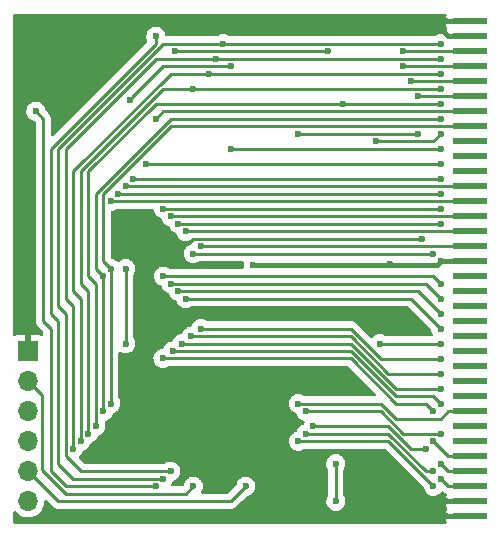
<source format=gbl>
G04 #@! TF.GenerationSoftware,KiCad,Pcbnew,6.0.8-f2edbf62ab~116~ubuntu22.04.1*
G04 #@! TF.CreationDate,2022-10-13T11:13:52+02:00*
G04 #@! TF.ProjectId,PCMCIA_SRAM,50434d43-4941-45f5-9352-414d2e6b6963,v1.0*
G04 #@! TF.SameCoordinates,Original*
G04 #@! TF.FileFunction,Copper,L2,Bot*
G04 #@! TF.FilePolarity,Positive*
%FSLAX46Y46*%
G04 Gerber Fmt 4.6, Leading zero omitted, Abs format (unit mm)*
G04 Created by KiCad (PCBNEW 6.0.8-f2edbf62ab~116~ubuntu22.04.1) date 2022-10-13 11:13:52*
%MOMM*%
%LPD*%
G01*
G04 APERTURE LIST*
G04 #@! TA.AperFunction,SMDPad,CuDef*
%ADD10R,3.000000X0.600000*%
G04 #@! TD*
G04 #@! TA.AperFunction,ComponentPad*
%ADD11R,1.700000X1.700000*%
G04 #@! TD*
G04 #@! TA.AperFunction,ComponentPad*
%ADD12O,1.700000X1.700000*%
G04 #@! TD*
G04 #@! TA.AperFunction,ViaPad*
%ADD13C,0.600000*%
G04 #@! TD*
G04 #@! TA.AperFunction,Conductor*
%ADD14C,0.400000*%
G04 #@! TD*
G04 #@! TA.AperFunction,Conductor*
%ADD15C,0.250000*%
G04 #@! TD*
G04 APERTURE END LIST*
D10*
X205025000Y-124465000D03*
X205025000Y-123195000D03*
X205025000Y-121925000D03*
X205025000Y-120655000D03*
X205025000Y-119385000D03*
X205025000Y-118115000D03*
X205025000Y-116845000D03*
X205025000Y-115575000D03*
X205025000Y-114305000D03*
X205025000Y-113035000D03*
X205025000Y-111765000D03*
X205025000Y-110495000D03*
X205025000Y-109225000D03*
X205025000Y-107955000D03*
X205025000Y-106685000D03*
X205025000Y-105415000D03*
X205025000Y-104145000D03*
X205025000Y-102875000D03*
X205025000Y-101605000D03*
X205025000Y-100335000D03*
X205025000Y-99065000D03*
X205025000Y-97795000D03*
X205025000Y-96525000D03*
X205025000Y-95255000D03*
X205025000Y-93985000D03*
X205025000Y-92715000D03*
X205025000Y-91445000D03*
X205025000Y-90175000D03*
X205025000Y-88905000D03*
X205025000Y-87635000D03*
X205025000Y-86365000D03*
X205025000Y-85095000D03*
X205025000Y-83825000D03*
X205025000Y-82555000D03*
D11*
X167640000Y-110490000D03*
D12*
X167640000Y-113030000D03*
X167640000Y-115570000D03*
X167640000Y-118110000D03*
X167640000Y-120650000D03*
X167640000Y-123190000D03*
D13*
X172085000Y-124460000D03*
X184770000Y-120510000D03*
X188595000Y-124460000D03*
X198755000Y-124460000D03*
X192405000Y-121285000D03*
X182245000Y-118110000D03*
X202565000Y-124460000D03*
X202570000Y-123195000D03*
X202565000Y-82550000D03*
X186690000Y-107315000D03*
X192405000Y-113665000D03*
X200977500Y-100965000D03*
X186690000Y-103187500D03*
X198278936Y-103098436D03*
X202565000Y-102870000D03*
X193675000Y-120015000D03*
X193675000Y-123190000D03*
X181610000Y-121920000D03*
X179705000Y-120650000D03*
X184150000Y-84458607D03*
X202565000Y-84455000D03*
X171450000Y-118745000D03*
X183515000Y-85725000D03*
X202565000Y-85725000D03*
X172085000Y-118110000D03*
X182945010Y-86992000D03*
X202565000Y-86995000D03*
X172720000Y-117475008D03*
X181610000Y-88265000D03*
X202565000Y-88265000D03*
X194310000Y-89535000D03*
X173355000Y-116840000D03*
X202565000Y-89535000D03*
X173990000Y-104140000D03*
X173990000Y-115570000D03*
X202565000Y-90805000D03*
X197075000Y-92710000D03*
X202565000Y-92075000D03*
X184785000Y-93345000D03*
X202565000Y-93345000D03*
X177575000Y-94615000D03*
X202565000Y-94615000D03*
X176530000Y-95885000D03*
X202565000Y-95885000D03*
X175260000Y-97155000D03*
X202565000Y-97155000D03*
X179070000Y-98425000D03*
X202565000Y-98425000D03*
X180340000Y-99695000D03*
X202565000Y-99695000D03*
X181610000Y-102235000D03*
X201930000Y-102235000D03*
X179070000Y-104140000D03*
X202565000Y-104775000D03*
X179705000Y-104775000D03*
X202565000Y-106045000D03*
X180340000Y-105410000D03*
X202565000Y-107315000D03*
X180975000Y-106045000D03*
X202565000Y-108585000D03*
X197419990Y-109855000D03*
X202565000Y-109855000D03*
X182245000Y-108585000D03*
X202565000Y-111125000D03*
X181445000Y-109220000D03*
X202565000Y-112395000D03*
X180645000Y-109855000D03*
X202565000Y-113665000D03*
X179845000Y-110474990D03*
X202565000Y-114935000D03*
X179045000Y-111100000D03*
X201930000Y-115570000D03*
X202565000Y-117475000D03*
X191135000Y-115570000D03*
X201295000Y-118745000D03*
X191770000Y-116840000D03*
X191135000Y-117475000D03*
X201930000Y-120650000D03*
X190500000Y-118110000D03*
X201930000Y-121925000D03*
X199390000Y-85090000D03*
X199390000Y-86360000D03*
X200025000Y-87630000D03*
X190500000Y-92075000D03*
X200660000Y-88900000D03*
X200660000Y-92075000D03*
X178435000Y-90805000D03*
X174625000Y-103505000D03*
X174625000Y-114935000D03*
X175890000Y-96525000D03*
X174620000Y-97795000D03*
X179700000Y-99065000D03*
X180970000Y-100335000D03*
X182245000Y-101600000D03*
X190500000Y-114935000D03*
X201930000Y-118110000D03*
X202565000Y-120015000D03*
X202565000Y-121285000D03*
X186055000Y-121920000D03*
X184785000Y-86360000D03*
X176212500Y-89217500D03*
X175895000Y-103505000D03*
X175895010Y-109855000D03*
X168275000Y-90170000D03*
X178435008Y-121920000D03*
X180022500Y-85090000D03*
X193040705Y-85089295D03*
X179070000Y-121285000D03*
X178435000Y-83820000D03*
D14*
X203835000Y-123190000D02*
X203835000Y-123190000D01*
X172085000Y-124460000D02*
X188595000Y-124460000D01*
X182370000Y-118110000D02*
X182245000Y-118110000D01*
X184770000Y-120510000D02*
X182370000Y-118110000D01*
X188595000Y-124460000D02*
X198755000Y-124460000D01*
X203835000Y-124460000D02*
X202565000Y-124460000D01*
X198755000Y-124460000D02*
X203835000Y-124460000D01*
X202565000Y-123200000D02*
X202570000Y-123195000D01*
X202565000Y-124460000D02*
X202565000Y-123200000D01*
X186690000Y-113665000D02*
X191980736Y-113665000D01*
X182245000Y-118110000D02*
X186690000Y-113665000D01*
X191980736Y-113665000D02*
X192405000Y-113665000D01*
X202570000Y-124465000D02*
X202565000Y-124460000D01*
X205025000Y-124465000D02*
X202570000Y-124465000D01*
X205025000Y-123195000D02*
X202570000Y-123195000D01*
X202565000Y-83185000D02*
X202565000Y-82550000D01*
X203205000Y-83825000D02*
X202565000Y-83185000D01*
X205100000Y-83825000D02*
X203205000Y-83825000D01*
X202570000Y-82555000D02*
X202565000Y-82550000D01*
X205105000Y-82555000D02*
X202570000Y-82555000D01*
D15*
X200977500Y-100965000D02*
X181954998Y-100965000D01*
X181954998Y-100965000D02*
X181610000Y-100965000D01*
X181610000Y-100965000D02*
X181229000Y-101346000D01*
D14*
X202247500Y-103187500D02*
X202565000Y-102870000D01*
X186690000Y-103187500D02*
X202247500Y-103187500D01*
X202570000Y-102875000D02*
X202565000Y-102870000D01*
X205025000Y-102875000D02*
X202570000Y-102875000D01*
D15*
X193675000Y-123190000D02*
X193675000Y-120015000D01*
X168815001Y-120556411D02*
X170813590Y-122555000D01*
X167640000Y-113030000D02*
X168815001Y-114205001D01*
X168815001Y-114205001D02*
X168815001Y-120556411D01*
X170813590Y-122555000D02*
X180975000Y-122555000D01*
X180975000Y-122555000D02*
X181610000Y-121920000D01*
X170180000Y-106680000D02*
X170180000Y-93346410D01*
X170815000Y-107315000D02*
X170180000Y-106680000D01*
X170180000Y-93346410D02*
X179071410Y-84455000D01*
X179071410Y-84455000D02*
X202140736Y-84455000D01*
X170815000Y-119380000D02*
X170815000Y-107315000D01*
X202140736Y-84455000D02*
X202565000Y-84455000D01*
X172085000Y-120650000D02*
X170815000Y-119380000D01*
X179705000Y-120650000D02*
X172085000Y-120650000D01*
X202140736Y-85725000D02*
X202565000Y-85725000D01*
X170815000Y-93347820D02*
X178437820Y-85725000D01*
X170815000Y-106045000D02*
X170815000Y-93347820D01*
X171450000Y-118745000D02*
X171450000Y-106680000D01*
X171450000Y-106680000D02*
X170815000Y-106045000D01*
X178437820Y-85725000D02*
X202140736Y-85725000D01*
X182520746Y-86992000D02*
X182945010Y-86992000D01*
X172085000Y-118110000D02*
X172085000Y-106045000D01*
X179708000Y-86992000D02*
X182520746Y-86992000D01*
X172085000Y-106045000D02*
X171450000Y-105410000D01*
X171450000Y-105410000D02*
X171450000Y-95250000D01*
X171450000Y-95250000D02*
X179708000Y-86992000D01*
X182945010Y-86992000D02*
X202562000Y-86992000D01*
X202562000Y-86992000D02*
X202565000Y-86995000D01*
X172720000Y-105410000D02*
X172085000Y-104775000D01*
X179071410Y-88265000D02*
X202140736Y-88265000D01*
X172085000Y-95251410D02*
X179071410Y-88265000D01*
X202140736Y-88265000D02*
X202565000Y-88265000D01*
X172085000Y-104775000D02*
X172085000Y-95251410D01*
X172720000Y-117475008D02*
X172720000Y-105410000D01*
X172720000Y-95252820D02*
X178437820Y-89535000D01*
X178437820Y-89535000D02*
X202140736Y-89535000D01*
X173355000Y-116840000D02*
X173355000Y-104775000D01*
X173355000Y-104775000D02*
X172720000Y-104140000D01*
X172720000Y-104140000D02*
X172720000Y-95252820D01*
X202140736Y-89535000D02*
X202565000Y-89535000D01*
X173990000Y-115570000D02*
X173990000Y-104140000D01*
X173355000Y-103505000D02*
X173355000Y-97156410D01*
X179706410Y-90805000D02*
X202140736Y-90805000D01*
X173990000Y-104140000D02*
X173355000Y-103505000D01*
X202140736Y-90805000D02*
X202565000Y-90805000D01*
X173355000Y-97156410D02*
X179706410Y-90805000D01*
X197075000Y-92710000D02*
X201930000Y-92710000D01*
X201930000Y-92710000D02*
X202565000Y-92075000D01*
X184785000Y-93345000D02*
X202565000Y-93345000D01*
X177575000Y-94615000D02*
X202565000Y-94615000D01*
X176530000Y-95885000D02*
X202565000Y-95885000D01*
X175260000Y-97155000D02*
X202565000Y-97155000D01*
X179070000Y-98425000D02*
X179070000Y-98425000D01*
X179070000Y-98425000D02*
X202565000Y-98425000D01*
X180340000Y-99695000D02*
X202565000Y-99695000D01*
X181610000Y-102235000D02*
X201930000Y-102235000D01*
X201930000Y-104140000D02*
X202565000Y-104775000D01*
X179070000Y-104140000D02*
X201930000Y-104140000D01*
X201295000Y-104775000D02*
X202565000Y-106045000D01*
X179705000Y-104775000D02*
X201295000Y-104775000D01*
X200660000Y-105410000D02*
X202565000Y-107315000D01*
X180340000Y-105410000D02*
X200660000Y-105410000D01*
X202265001Y-108285001D02*
X202565000Y-108585000D01*
X180975000Y-106045000D02*
X200025000Y-106045000D01*
X200025000Y-106045000D02*
X202265001Y-108285001D01*
X197419990Y-109855000D02*
X202565000Y-109855000D01*
X194950640Y-108585000D02*
X197490640Y-111125000D01*
X182245000Y-108585000D02*
X194950640Y-108585000D01*
X202140736Y-111125000D02*
X202565000Y-111125000D01*
X197490640Y-111125000D02*
X202140736Y-111125000D01*
X194949230Y-109220000D02*
X198124230Y-112395000D01*
X198124230Y-112395000D02*
X202140736Y-112395000D01*
X181445000Y-109220000D02*
X194949230Y-109220000D01*
X202140736Y-112395000D02*
X202565000Y-112395000D01*
X202140736Y-113665000D02*
X202565000Y-113665000D01*
X180645000Y-109855000D02*
X194947820Y-109855000D01*
X194947820Y-109855000D02*
X198757820Y-113665000D01*
X198757820Y-113665000D02*
X202140736Y-113665000D01*
X180269264Y-110474990D02*
X180284274Y-110490000D01*
X198756410Y-114300000D02*
X201930000Y-114300000D01*
X201930000Y-114300000D02*
X202265001Y-114635001D01*
X194946410Y-110490000D02*
X198756410Y-114300000D01*
X179845000Y-110474990D02*
X180269264Y-110474990D01*
X202265001Y-114635001D02*
X202565000Y-114935000D01*
X180284274Y-110490000D02*
X194946410Y-110490000D01*
X201295000Y-114935000D02*
X201630001Y-115270001D01*
X198755000Y-114935000D02*
X201295000Y-114935000D01*
X201630001Y-115270001D02*
X201930000Y-115570000D01*
X194920000Y-111100000D02*
X198755000Y-114935000D01*
X179045000Y-111100000D02*
X194920000Y-111100000D01*
X199394232Y-117475000D02*
X197489232Y-115570000D01*
X202565000Y-117475000D02*
X199394232Y-117475000D01*
X191559264Y-115570000D02*
X191135000Y-115570000D01*
X197489232Y-115570000D02*
X191559264Y-115570000D01*
X198122820Y-116840000D02*
X192194264Y-116840000D01*
X192194264Y-116840000D02*
X191770000Y-116840000D01*
X200027820Y-118745000D02*
X198122820Y-116840000D01*
X201295000Y-118745000D02*
X200027820Y-118745000D01*
X201505736Y-120650000D02*
X201930000Y-120650000D01*
X201296410Y-120650000D02*
X201505736Y-120650000D01*
X191135000Y-117475000D02*
X198121410Y-117475000D01*
X198121410Y-117475000D02*
X201296410Y-120650000D01*
X190500000Y-118110000D02*
X198120000Y-118110000D01*
X201930000Y-121920000D02*
X201930000Y-121925000D01*
X198120000Y-118110000D02*
X201930000Y-121920000D01*
X199395000Y-85095000D02*
X199390000Y-85090000D01*
X205100000Y-85095000D02*
X199395000Y-85095000D01*
X205105000Y-85090000D02*
X205100000Y-85095000D01*
X199395000Y-86365000D02*
X199390000Y-86360000D01*
X205105000Y-86365000D02*
X199395000Y-86365000D01*
X200030000Y-87635000D02*
X200025000Y-87630000D01*
X205105000Y-87635000D02*
X200030000Y-87635000D01*
X190500000Y-92075000D02*
X200660000Y-92075000D01*
X200665000Y-88905000D02*
X200660000Y-88900000D01*
X205105000Y-88905000D02*
X200665000Y-88905000D01*
X179065000Y-90175000D02*
X178435000Y-90805000D01*
X205105000Y-90175000D02*
X179065000Y-90175000D01*
X174625000Y-103504296D02*
X174625000Y-114935000D01*
X173990352Y-102869648D02*
X174625000Y-103504296D01*
X173990000Y-97157820D02*
X173990000Y-102870000D01*
X173990000Y-102870000D02*
X173990352Y-102869648D01*
X179702820Y-91445000D02*
X173990000Y-97157820D01*
X205105000Y-91445000D02*
X179702820Y-91445000D01*
X205105000Y-96525000D02*
X175890000Y-96525000D01*
X205105000Y-97795000D02*
X174620000Y-97795000D01*
X205105000Y-99065000D02*
X179700000Y-99065000D01*
X205100000Y-100335000D02*
X180970000Y-100335000D01*
X205105000Y-100330000D02*
X205100000Y-100335000D01*
X182250000Y-101605000D02*
X182245000Y-101600000D01*
X205100000Y-101605000D02*
X182250000Y-101605000D01*
X205105000Y-101600000D02*
X205100000Y-101605000D01*
X197490642Y-114935000D02*
X190924264Y-114935000D01*
X202574999Y-116195001D02*
X198750643Y-116195001D01*
X190924264Y-114935000D02*
X190500000Y-114935000D01*
X198750643Y-116195001D02*
X197490642Y-114935000D01*
X203200000Y-115570000D02*
X202574999Y-116195001D01*
X205105000Y-115570000D02*
X203200000Y-115570000D01*
X202229999Y-118409999D02*
X201930000Y-118110000D01*
X203205000Y-119385000D02*
X202229999Y-118409999D01*
X205105000Y-119385000D02*
X203205000Y-119385000D01*
X203205000Y-120655000D02*
X202565000Y-120015000D01*
X205105000Y-120655000D02*
X203205000Y-120655000D01*
X203205000Y-121925000D02*
X202565000Y-121285000D01*
X205100000Y-121925000D02*
X203205000Y-121925000D01*
X205105000Y-121920000D02*
X205100000Y-121925000D01*
X184785000Y-123190000D02*
X186055000Y-121920000D01*
X167640000Y-120650000D02*
X170180000Y-123190000D01*
X170180000Y-123190000D02*
X184785000Y-123190000D01*
X179070000Y-86360000D02*
X176512499Y-88917501D01*
X176512499Y-88917501D02*
X176212500Y-89217500D01*
X184785000Y-86360000D02*
X179070000Y-86360000D01*
X175895000Y-103505000D02*
X175895000Y-109854990D01*
X175895000Y-109854990D02*
X175895010Y-109855000D01*
X178010744Y-121920000D02*
X178435008Y-121920000D01*
X168910000Y-90805000D02*
X168910000Y-107950000D01*
X168910000Y-107950000D02*
X169545000Y-108585000D01*
X169545000Y-108585000D02*
X169545000Y-120650000D01*
X170815000Y-121920000D02*
X178010744Y-121920000D01*
X168275000Y-90170000D02*
X168910000Y-90805000D01*
X169545000Y-120650000D02*
X170815000Y-121920000D01*
X180023205Y-85089295D02*
X180022500Y-85090000D01*
X193040705Y-85089295D02*
X180023205Y-85089295D01*
X178435000Y-84455000D02*
X178435000Y-83820000D01*
X171450000Y-121285000D02*
X170180000Y-120015000D01*
X169545000Y-107315000D02*
X169545000Y-93345000D01*
X179070000Y-121285000D02*
X171450000Y-121285000D01*
X170180000Y-120015000D02*
X170180000Y-107950000D01*
X170180000Y-107950000D02*
X169545000Y-107315000D01*
X169545000Y-93345000D02*
X178435000Y-84455000D01*
G04 #@! TA.AperFunction,Conductor*
G36*
X178211791Y-98448502D02*
G01*
X178258284Y-98502158D01*
X178269069Y-98542204D01*
X178274163Y-98594160D01*
X178331418Y-98766273D01*
X178425380Y-98921424D01*
X178551382Y-99051902D01*
X178703159Y-99151222D01*
X178844477Y-99203778D01*
X178901349Y-99246268D01*
X178920111Y-99282101D01*
X178961418Y-99406273D01*
X178965065Y-99412295D01*
X178965066Y-99412297D01*
X179003232Y-99475316D01*
X179055380Y-99561424D01*
X179181382Y-99691902D01*
X179333159Y-99791222D01*
X179489684Y-99849433D01*
X179546557Y-99891924D01*
X179565319Y-99927757D01*
X179601418Y-100036273D01*
X179695380Y-100191424D01*
X179821382Y-100321902D01*
X179973159Y-100421222D01*
X180114477Y-100473778D01*
X180171349Y-100516268D01*
X180190111Y-100552101D01*
X180231418Y-100676273D01*
X180235065Y-100682295D01*
X180235066Y-100682297D01*
X180273232Y-100745316D01*
X180325380Y-100831424D01*
X180451382Y-100961902D01*
X180603159Y-101061222D01*
X180609763Y-101063678D01*
X180609765Y-101063679D01*
X180766558Y-101121990D01*
X180766560Y-101121990D01*
X180773168Y-101124448D01*
X180856995Y-101135633D01*
X180945980Y-101147507D01*
X180945984Y-101147507D01*
X180952961Y-101148438D01*
X180959972Y-101147800D01*
X180959976Y-101147800D01*
X181102459Y-101134832D01*
X181133600Y-101131998D01*
X181140302Y-101129820D01*
X181140304Y-101129820D01*
X181299409Y-101078124D01*
X181299412Y-101078123D01*
X181306108Y-101075947D01*
X181355722Y-101046371D01*
X181424474Y-101028672D01*
X181491884Y-101050954D01*
X181536546Y-101106142D01*
X181544281Y-101176716D01*
X181526148Y-101222856D01*
X181516235Y-101238238D01*
X181513826Y-101244858D01*
X181513824Y-101244861D01*
X181464358Y-101380769D01*
X181422264Y-101437940D01*
X181386564Y-101456951D01*
X181263579Y-101498818D01*
X181257575Y-101502512D01*
X181115095Y-101590166D01*
X181115092Y-101590168D01*
X181109088Y-101593862D01*
X181104053Y-101598793D01*
X181104050Y-101598795D01*
X180984525Y-101715843D01*
X180979493Y-101720771D01*
X180881235Y-101873238D01*
X180878826Y-101879858D01*
X180878824Y-101879861D01*
X180821606Y-102037066D01*
X180819197Y-102043685D01*
X180796463Y-102223640D01*
X180814163Y-102404160D01*
X180871418Y-102576273D01*
X180875065Y-102582295D01*
X180875066Y-102582297D01*
X180955581Y-102715243D01*
X180965380Y-102731424D01*
X181091382Y-102861902D01*
X181097278Y-102865760D01*
X181204743Y-102936083D01*
X181243159Y-102961222D01*
X181249763Y-102963678D01*
X181249765Y-102963679D01*
X181406558Y-103021990D01*
X181406560Y-103021990D01*
X181413168Y-103024448D01*
X181496995Y-103035633D01*
X181585980Y-103047507D01*
X181585984Y-103047507D01*
X181592961Y-103048438D01*
X181599972Y-103047800D01*
X181599976Y-103047800D01*
X181742459Y-103034832D01*
X181773600Y-103031998D01*
X181780302Y-103029820D01*
X181780304Y-103029820D01*
X181939409Y-102978124D01*
X181939412Y-102978123D01*
X181946108Y-102975947D01*
X182059221Y-102908518D01*
X182096541Y-102886271D01*
X182161058Y-102868500D01*
X185772409Y-102868500D01*
X185840530Y-102888502D01*
X185887023Y-102942158D01*
X185897415Y-103010291D01*
X185876463Y-103176140D01*
X185877151Y-103183153D01*
X185891269Y-103327140D01*
X185894163Y-103356660D01*
X185894262Y-103356959D01*
X185889063Y-103425094D01*
X185846246Y-103481726D01*
X185779609Y-103506220D01*
X185771218Y-103506500D01*
X179617338Y-103506500D01*
X179549824Y-103486885D01*
X179452456Y-103425094D01*
X179426666Y-103408727D01*
X179397463Y-103398328D01*
X179262425Y-103350243D01*
X179262420Y-103350242D01*
X179255790Y-103347881D01*
X179248802Y-103347048D01*
X179248799Y-103347047D01*
X179120462Y-103331744D01*
X179075680Y-103326404D01*
X179068677Y-103327140D01*
X179068676Y-103327140D01*
X178902288Y-103344628D01*
X178902286Y-103344629D01*
X178895288Y-103345364D01*
X178723579Y-103403818D01*
X178688996Y-103425094D01*
X178575095Y-103495166D01*
X178575092Y-103495168D01*
X178569088Y-103498862D01*
X178564053Y-103503793D01*
X178564050Y-103503795D01*
X178444525Y-103620843D01*
X178439493Y-103625771D01*
X178341235Y-103778238D01*
X178338826Y-103784858D01*
X178338824Y-103784861D01*
X178281606Y-103942066D01*
X178279197Y-103948685D01*
X178256463Y-104128640D01*
X178274163Y-104309160D01*
X178331418Y-104481273D01*
X178335065Y-104487295D01*
X178335066Y-104487297D01*
X178376260Y-104555316D01*
X178425380Y-104636424D01*
X178551382Y-104766902D01*
X178703159Y-104866222D01*
X178852080Y-104921606D01*
X178908953Y-104964096D01*
X178927715Y-104999929D01*
X178966418Y-105116273D01*
X179060380Y-105271424D01*
X179186382Y-105401902D01*
X179338159Y-105501222D01*
X179487080Y-105556606D01*
X179543953Y-105599096D01*
X179562715Y-105634929D01*
X179601418Y-105751273D01*
X179605065Y-105757295D01*
X179605066Y-105757297D01*
X179646260Y-105825316D01*
X179695380Y-105906424D01*
X179821382Y-106036902D01*
X179973159Y-106136222D01*
X180122080Y-106191606D01*
X180178953Y-106234096D01*
X180197715Y-106269929D01*
X180236418Y-106386273D01*
X180330380Y-106541424D01*
X180456382Y-106671902D01*
X180608159Y-106771222D01*
X180614763Y-106773678D01*
X180614765Y-106773679D01*
X180771558Y-106831990D01*
X180771560Y-106831990D01*
X180778168Y-106834448D01*
X180861995Y-106845633D01*
X180950980Y-106857507D01*
X180950984Y-106857507D01*
X180957961Y-106858438D01*
X180964972Y-106857800D01*
X180964976Y-106857800D01*
X181107459Y-106844832D01*
X181138600Y-106841998D01*
X181145302Y-106839820D01*
X181145304Y-106839820D01*
X181304409Y-106788124D01*
X181304412Y-106788123D01*
X181311108Y-106785947D01*
X181461540Y-106696271D01*
X181526058Y-106678500D01*
X199710406Y-106678500D01*
X199778527Y-106698502D01*
X199799501Y-106715405D01*
X201729750Y-108645655D01*
X201763776Y-108707967D01*
X201766054Y-108722453D01*
X201769163Y-108754160D01*
X201826418Y-108926273D01*
X201830065Y-108932295D01*
X201830066Y-108932297D01*
X201889375Y-109030229D01*
X201907554Y-109098859D01*
X201885743Y-109166422D01*
X201830867Y-109211468D01*
X201781599Y-109221500D01*
X197967328Y-109221500D01*
X197899814Y-109201885D01*
X197843933Y-109166422D01*
X197776656Y-109123727D01*
X197747453Y-109113328D01*
X197612415Y-109065243D01*
X197612410Y-109065242D01*
X197605780Y-109062881D01*
X197598792Y-109062048D01*
X197598789Y-109062047D01*
X197475688Y-109047368D01*
X197425670Y-109041404D01*
X197418667Y-109042140D01*
X197418666Y-109042140D01*
X197252278Y-109059628D01*
X197252276Y-109059629D01*
X197245278Y-109060364D01*
X197073569Y-109118818D01*
X197034914Y-109142599D01*
X196925085Y-109210166D01*
X196925082Y-109210168D01*
X196919078Y-109213862D01*
X196914043Y-109218793D01*
X196914040Y-109218795D01*
X196911278Y-109221500D01*
X196789483Y-109340771D01*
X196788748Y-109340021D01*
X196735551Y-109376501D01*
X196664586Y-109378623D01*
X196607360Y-109345815D01*
X195454292Y-108192747D01*
X195446752Y-108184461D01*
X195442640Y-108177982D01*
X195392988Y-108131356D01*
X195390147Y-108128602D01*
X195370410Y-108108865D01*
X195367213Y-108106385D01*
X195358191Y-108098680D01*
X195325961Y-108068414D01*
X195319015Y-108064595D01*
X195319012Y-108064593D01*
X195308206Y-108058652D01*
X195291687Y-108047801D01*
X195284169Y-108041970D01*
X195275681Y-108035386D01*
X195268412Y-108032241D01*
X195268408Y-108032238D01*
X195235103Y-108017826D01*
X195224453Y-108012609D01*
X195185700Y-107991305D01*
X195166077Y-107986267D01*
X195147374Y-107979863D01*
X195136060Y-107974967D01*
X195136059Y-107974967D01*
X195128785Y-107971819D01*
X195120962Y-107970580D01*
X195120952Y-107970577D01*
X195085116Y-107964901D01*
X195073496Y-107962495D01*
X195038351Y-107953472D01*
X195038350Y-107953472D01*
X195030670Y-107951500D01*
X195010416Y-107951500D01*
X194990705Y-107949949D01*
X194978526Y-107948020D01*
X194970697Y-107946780D01*
X194962805Y-107947526D01*
X194926679Y-107950941D01*
X194914821Y-107951500D01*
X182792338Y-107951500D01*
X182724824Y-107931885D01*
X182658680Y-107889909D01*
X182601666Y-107853727D01*
X182572463Y-107843328D01*
X182437425Y-107795243D01*
X182437420Y-107795242D01*
X182430790Y-107792881D01*
X182423802Y-107792048D01*
X182423799Y-107792047D01*
X182300698Y-107777368D01*
X182250680Y-107771404D01*
X182243677Y-107772140D01*
X182243676Y-107772140D01*
X182077288Y-107789628D01*
X182077286Y-107789629D01*
X182070288Y-107790364D01*
X181898579Y-107848818D01*
X181892575Y-107852512D01*
X181750095Y-107940166D01*
X181750092Y-107940168D01*
X181744088Y-107943862D01*
X181739053Y-107948793D01*
X181739050Y-107948795D01*
X181619525Y-108065843D01*
X181614493Y-108070771D01*
X181516235Y-108223238D01*
X181513826Y-108229858D01*
X181513824Y-108229861D01*
X181476452Y-108332540D01*
X181434358Y-108389711D01*
X181371222Y-108414755D01*
X181277288Y-108424628D01*
X181277286Y-108424629D01*
X181270288Y-108425364D01*
X181098579Y-108483818D01*
X181036109Y-108522250D01*
X180950095Y-108575166D01*
X180950092Y-108575168D01*
X180944088Y-108578862D01*
X180939053Y-108583793D01*
X180939050Y-108583795D01*
X180819525Y-108700843D01*
X180814493Y-108705771D01*
X180716235Y-108858238D01*
X180713826Y-108864858D01*
X180713824Y-108864861D01*
X180676452Y-108967540D01*
X180634358Y-109024711D01*
X180571222Y-109049755D01*
X180477288Y-109059628D01*
X180477286Y-109059629D01*
X180470288Y-109060364D01*
X180298579Y-109118818D01*
X180259924Y-109142599D01*
X180150095Y-109210166D01*
X180150092Y-109210168D01*
X180144088Y-109213862D01*
X180139053Y-109218793D01*
X180139050Y-109218795D01*
X180136288Y-109221500D01*
X180014493Y-109340771D01*
X179916235Y-109493238D01*
X179913824Y-109499862D01*
X179913823Y-109499864D01*
X179882133Y-109586932D01*
X179840039Y-109644104D01*
X179776903Y-109669148D01*
X179677288Y-109679618D01*
X179677286Y-109679619D01*
X179670288Y-109680354D01*
X179498579Y-109738808D01*
X179492575Y-109742502D01*
X179350095Y-109830156D01*
X179350092Y-109830158D01*
X179344088Y-109833852D01*
X179339053Y-109838783D01*
X179339050Y-109838785D01*
X179227223Y-109948295D01*
X179214493Y-109960761D01*
X179116235Y-110113228D01*
X179113824Y-110119852D01*
X179113823Y-110119854D01*
X179080233Y-110212142D01*
X179038139Y-110269314D01*
X178975003Y-110294358D01*
X178877288Y-110304628D01*
X178877286Y-110304629D01*
X178870288Y-110305364D01*
X178698579Y-110363818D01*
X178692575Y-110367512D01*
X178550095Y-110455166D01*
X178550092Y-110455168D01*
X178544088Y-110458862D01*
X178539053Y-110463793D01*
X178539050Y-110463795D01*
X178430939Y-110569666D01*
X178414493Y-110585771D01*
X178316235Y-110738238D01*
X178254197Y-110908685D01*
X178231463Y-111088640D01*
X178249163Y-111269160D01*
X178306418Y-111441273D01*
X178400380Y-111596424D01*
X178526382Y-111726902D01*
X178678159Y-111826222D01*
X178684763Y-111828678D01*
X178684765Y-111828679D01*
X178841558Y-111886990D01*
X178841560Y-111886990D01*
X178848168Y-111889448D01*
X178931995Y-111900633D01*
X179020980Y-111912507D01*
X179020984Y-111912507D01*
X179027961Y-111913438D01*
X179034972Y-111912800D01*
X179034976Y-111912800D01*
X179177459Y-111899832D01*
X179208600Y-111896998D01*
X179215302Y-111894820D01*
X179215304Y-111894820D01*
X179374409Y-111843124D01*
X179374412Y-111843123D01*
X179381108Y-111840947D01*
X179499443Y-111770405D01*
X179531541Y-111751271D01*
X179596058Y-111733500D01*
X194605406Y-111733500D01*
X194673527Y-111753502D01*
X194694501Y-111770405D01*
X197010500Y-114086405D01*
X197044526Y-114148717D01*
X197039461Y-114219533D01*
X196996914Y-114276368D01*
X196930394Y-114301179D01*
X196921405Y-114301500D01*
X191047338Y-114301500D01*
X190979824Y-114281885D01*
X190944295Y-114259338D01*
X190856666Y-114203727D01*
X190827463Y-114193328D01*
X190692425Y-114145243D01*
X190692420Y-114145242D01*
X190685790Y-114142881D01*
X190678802Y-114142048D01*
X190678799Y-114142047D01*
X190555698Y-114127368D01*
X190505680Y-114121404D01*
X190498677Y-114122140D01*
X190498676Y-114122140D01*
X190332288Y-114139628D01*
X190332286Y-114139629D01*
X190325288Y-114140364D01*
X190153579Y-114198818D01*
X190091109Y-114237250D01*
X190005095Y-114290166D01*
X190005092Y-114290168D01*
X189999088Y-114293862D01*
X189994053Y-114298793D01*
X189994050Y-114298795D01*
X189991616Y-114301179D01*
X189869493Y-114420771D01*
X189771235Y-114573238D01*
X189768826Y-114579858D01*
X189768824Y-114579861D01*
X189711606Y-114737066D01*
X189709197Y-114743685D01*
X189686463Y-114923640D01*
X189704163Y-115104160D01*
X189761418Y-115276273D01*
X189765065Y-115282295D01*
X189765066Y-115282297D01*
X189775978Y-115300314D01*
X189855380Y-115431424D01*
X189981382Y-115561902D01*
X190133159Y-115661222D01*
X190282080Y-115716606D01*
X190338953Y-115759096D01*
X190357715Y-115794929D01*
X190396418Y-115911273D01*
X190400065Y-115917295D01*
X190400066Y-115917297D01*
X190441260Y-115985316D01*
X190490380Y-116066424D01*
X190616382Y-116196902D01*
X190768159Y-116296222D01*
X190774763Y-116298678D01*
X190774765Y-116298679D01*
X190798054Y-116307340D01*
X190938168Y-116359448D01*
X190938934Y-116359550D01*
X190998050Y-116394185D01*
X191030179Y-116457495D01*
X191024708Y-116523645D01*
X190989358Y-116620769D01*
X190947263Y-116677940D01*
X190911564Y-116696951D01*
X190788579Y-116738818D01*
X190782575Y-116742512D01*
X190640095Y-116830166D01*
X190640092Y-116830168D01*
X190634088Y-116833862D01*
X190629053Y-116838793D01*
X190629050Y-116838795D01*
X190604622Y-116862717D01*
X190504493Y-116960771D01*
X190406235Y-117113238D01*
X190403826Y-117119858D01*
X190403824Y-117119861D01*
X190385517Y-117170160D01*
X190355680Y-117252138D01*
X190354358Y-117255769D01*
X190312264Y-117312940D01*
X190276564Y-117331951D01*
X190153579Y-117373818D01*
X190091109Y-117412250D01*
X190005095Y-117465166D01*
X190005092Y-117465168D01*
X189999088Y-117468862D01*
X189994053Y-117473793D01*
X189994050Y-117473795D01*
X189874525Y-117590843D01*
X189869493Y-117595771D01*
X189771235Y-117748238D01*
X189709197Y-117918685D01*
X189686463Y-118098640D01*
X189704163Y-118279160D01*
X189761418Y-118451273D01*
X189765065Y-118457295D01*
X189765066Y-118457297D01*
X189806260Y-118525316D01*
X189855380Y-118606424D01*
X189981382Y-118736902D01*
X190133159Y-118836222D01*
X190139763Y-118838678D01*
X190139765Y-118838679D01*
X190296558Y-118896990D01*
X190296560Y-118896990D01*
X190303168Y-118899448D01*
X190386995Y-118910633D01*
X190475980Y-118922507D01*
X190475984Y-118922507D01*
X190482961Y-118923438D01*
X190489972Y-118922800D01*
X190489976Y-118922800D01*
X190632459Y-118909832D01*
X190663600Y-118906998D01*
X190670302Y-118904820D01*
X190670304Y-118904820D01*
X190829409Y-118853124D01*
X190829412Y-118853123D01*
X190836108Y-118850947D01*
X190986540Y-118761271D01*
X191051058Y-118743500D01*
X197805406Y-118743500D01*
X197873527Y-118763502D01*
X197894501Y-118780405D01*
X201094206Y-121980110D01*
X201128232Y-122042422D01*
X201130509Y-122056908D01*
X201133474Y-122087142D01*
X201133476Y-122087149D01*
X201134163Y-122094160D01*
X201191418Y-122266273D01*
X201195065Y-122272295D01*
X201195066Y-122272297D01*
X201280017Y-122412568D01*
X201285380Y-122421424D01*
X201290269Y-122426487D01*
X201290270Y-122426488D01*
X201315719Y-122452841D01*
X201411382Y-122551902D01*
X201563159Y-122651222D01*
X201569763Y-122653678D01*
X201569765Y-122653679D01*
X201726558Y-122711990D01*
X201726560Y-122711990D01*
X201733168Y-122714448D01*
X201800821Y-122723475D01*
X201905980Y-122737507D01*
X201905984Y-122737507D01*
X201912961Y-122738438D01*
X201919972Y-122737800D01*
X201919976Y-122737800D01*
X202077371Y-122723475D01*
X202093600Y-122721998D01*
X202100302Y-122719820D01*
X202100304Y-122719820D01*
X202259409Y-122668124D01*
X202259412Y-122668123D01*
X202266108Y-122665947D01*
X202362513Y-122608478D01*
X202415860Y-122576677D01*
X202415862Y-122576676D01*
X202421912Y-122573069D01*
X202553266Y-122447982D01*
X202579374Y-122408686D01*
X202633731Y-122363017D01*
X202704150Y-122353985D01*
X202773416Y-122389320D01*
X202785231Y-122401135D01*
X202788355Y-122403558D01*
X202788359Y-122403562D01*
X202788424Y-122403612D01*
X202797445Y-122411317D01*
X202829679Y-122441586D01*
X202836627Y-122445405D01*
X202836629Y-122445407D01*
X202847432Y-122451346D01*
X202863959Y-122462202D01*
X202873698Y-122469757D01*
X202873700Y-122469758D01*
X202879960Y-122474614D01*
X202920540Y-122492174D01*
X202931188Y-122497391D01*
X202969940Y-122518695D01*
X202977621Y-122520667D01*
X202984986Y-122523583D01*
X202984137Y-122525728D01*
X203035133Y-122556088D01*
X203066818Y-122619622D01*
X203060769Y-122686040D01*
X203026522Y-122777394D01*
X203022895Y-122792649D01*
X203017369Y-122843514D01*
X203017000Y-122850328D01*
X203017000Y-122922885D01*
X203021475Y-122938124D01*
X203022865Y-122939329D01*
X203030548Y-122941000D01*
X203200000Y-122941000D01*
X203200000Y-123449000D01*
X203035116Y-123449000D01*
X203019877Y-123453475D01*
X203018672Y-123454865D01*
X203017001Y-123462548D01*
X203017001Y-123539669D01*
X203017371Y-123546490D01*
X203022895Y-123597352D01*
X203026521Y-123612604D01*
X203071678Y-123733059D01*
X203080212Y-123748647D01*
X203084549Y-123754434D01*
X203109398Y-123820940D01*
X203094346Y-123890322D01*
X203084549Y-123905566D01*
X203080212Y-123911353D01*
X203071678Y-123926941D01*
X203026522Y-124047394D01*
X203022895Y-124062649D01*
X203017369Y-124113514D01*
X203017000Y-124120328D01*
X203017000Y-124192885D01*
X203021475Y-124208124D01*
X203022865Y-124209329D01*
X203030548Y-124211000D01*
X203200000Y-124211000D01*
X203200000Y-124719000D01*
X203035116Y-124719000D01*
X203019877Y-124723475D01*
X203018672Y-124724865D01*
X203017001Y-124732548D01*
X203017001Y-124809669D01*
X203017371Y-124816490D01*
X203022895Y-124867352D01*
X203026522Y-124882607D01*
X203042328Y-124924771D01*
X203047511Y-124995578D01*
X203013590Y-125057947D01*
X202951334Y-125092076D01*
X202924346Y-125095000D01*
X166496000Y-125095000D01*
X166427879Y-125074998D01*
X166381386Y-125021342D01*
X166370000Y-124969000D01*
X166370000Y-124136750D01*
X166390002Y-124068629D01*
X166443658Y-124022136D01*
X166513932Y-124012032D01*
X166578512Y-124041526D01*
X166591234Y-124054249D01*
X166635902Y-124105815D01*
X166682866Y-124160032D01*
X166682869Y-124160035D01*
X166686250Y-124163938D01*
X166858126Y-124306632D01*
X167051000Y-124419338D01*
X167259692Y-124499030D01*
X167264760Y-124500061D01*
X167264763Y-124500062D01*
X167372017Y-124521883D01*
X167478597Y-124543567D01*
X167483772Y-124543757D01*
X167483774Y-124543757D01*
X167696673Y-124551564D01*
X167696677Y-124551564D01*
X167701837Y-124551753D01*
X167706957Y-124551097D01*
X167706959Y-124551097D01*
X167918288Y-124524025D01*
X167918289Y-124524025D01*
X167923416Y-124523368D01*
X167928366Y-124521883D01*
X168132429Y-124460661D01*
X168132434Y-124460659D01*
X168137384Y-124459174D01*
X168337994Y-124360896D01*
X168519860Y-124231173D01*
X168541781Y-124209329D01*
X168674435Y-124077137D01*
X168678096Y-124073489D01*
X168691919Y-124054253D01*
X168805435Y-123896277D01*
X168808453Y-123892077D01*
X168835146Y-123838069D01*
X168905136Y-123696453D01*
X168905137Y-123696451D01*
X168907430Y-123691811D01*
X168972370Y-123478069D01*
X169001529Y-123256590D01*
X169002676Y-123209654D01*
X169024336Y-123142042D01*
X169079111Y-123096874D01*
X169149611Y-123088490D01*
X169217733Y-123123637D01*
X169676343Y-123582247D01*
X169683887Y-123590537D01*
X169688000Y-123597018D01*
X169693777Y-123602443D01*
X169737667Y-123643658D01*
X169740509Y-123646413D01*
X169760230Y-123666134D01*
X169763425Y-123668612D01*
X169772447Y-123676318D01*
X169804679Y-123706586D01*
X169811628Y-123710406D01*
X169822432Y-123716346D01*
X169838956Y-123727199D01*
X169854959Y-123739613D01*
X169895543Y-123757176D01*
X169906173Y-123762383D01*
X169944940Y-123783695D01*
X169952617Y-123785666D01*
X169952622Y-123785668D01*
X169964558Y-123788732D01*
X169983266Y-123795137D01*
X170001855Y-123803181D01*
X170009680Y-123804420D01*
X170009682Y-123804421D01*
X170045519Y-123810097D01*
X170057140Y-123812504D01*
X170088959Y-123820673D01*
X170099970Y-123823500D01*
X170120231Y-123823500D01*
X170139940Y-123825051D01*
X170159943Y-123828219D01*
X170167835Y-123827473D01*
X170173062Y-123826979D01*
X170203954Y-123824059D01*
X170215811Y-123823500D01*
X184706233Y-123823500D01*
X184717416Y-123824027D01*
X184724909Y-123825702D01*
X184732835Y-123825453D01*
X184732836Y-123825453D01*
X184792986Y-123823562D01*
X184796945Y-123823500D01*
X184824856Y-123823500D01*
X184828791Y-123823003D01*
X184828856Y-123822995D01*
X184840693Y-123822062D01*
X184872951Y-123821048D01*
X184876970Y-123820922D01*
X184884889Y-123820673D01*
X184904343Y-123815021D01*
X184923700Y-123811013D01*
X184935930Y-123809468D01*
X184935931Y-123809468D01*
X184943797Y-123808474D01*
X184951168Y-123805555D01*
X184951170Y-123805555D01*
X184984912Y-123792196D01*
X184996142Y-123788351D01*
X185030983Y-123778229D01*
X185030984Y-123778229D01*
X185038593Y-123776018D01*
X185045412Y-123771985D01*
X185045417Y-123771983D01*
X185056028Y-123765707D01*
X185073776Y-123757012D01*
X185092617Y-123749552D01*
X185112987Y-123734753D01*
X185128387Y-123723564D01*
X185138307Y-123717048D01*
X185169535Y-123698580D01*
X185169538Y-123698578D01*
X185176362Y-123694542D01*
X185190683Y-123680221D01*
X185205717Y-123667380D01*
X185207432Y-123666134D01*
X185222107Y-123655472D01*
X185250298Y-123621395D01*
X185258288Y-123612616D01*
X185692264Y-123178640D01*
X192861463Y-123178640D01*
X192879163Y-123359160D01*
X192936418Y-123531273D01*
X192940065Y-123537295D01*
X192940066Y-123537297D01*
X193024260Y-123676318D01*
X193030380Y-123686424D01*
X193035269Y-123691487D01*
X193035270Y-123691488D01*
X193066246Y-123723564D01*
X193156382Y-123816902D01*
X193172536Y-123827473D01*
X193271262Y-123892077D01*
X193308159Y-123916222D01*
X193314763Y-123918678D01*
X193314765Y-123918679D01*
X193471558Y-123976990D01*
X193471560Y-123976990D01*
X193478168Y-123979448D01*
X193561995Y-123990633D01*
X193650980Y-124002507D01*
X193650984Y-124002507D01*
X193657961Y-124003438D01*
X193664972Y-124002800D01*
X193664976Y-124002800D01*
X193807459Y-123989832D01*
X193838600Y-123986998D01*
X193845302Y-123984820D01*
X193845304Y-123984820D01*
X194004409Y-123933124D01*
X194004412Y-123933123D01*
X194011108Y-123930947D01*
X194166912Y-123838069D01*
X194298266Y-123712982D01*
X194398643Y-123561902D01*
X194463055Y-123392338D01*
X194464829Y-123379715D01*
X194487748Y-123216639D01*
X194487748Y-123216636D01*
X194488299Y-123212717D01*
X194488616Y-123190000D01*
X194468397Y-123009745D01*
X194466080Y-123003091D01*
X194411064Y-122845106D01*
X194411062Y-122845103D01*
X194408745Y-122838448D01*
X194357056Y-122755727D01*
X194327646Y-122708661D01*
X194308500Y-122641892D01*
X194308500Y-120560620D01*
X194329552Y-120490893D01*
X194331069Y-120488610D01*
X194398643Y-120386902D01*
X194463055Y-120217338D01*
X194464035Y-120210366D01*
X194487748Y-120041639D01*
X194487748Y-120041636D01*
X194488299Y-120037717D01*
X194488452Y-120026738D01*
X194488561Y-120018962D01*
X194488561Y-120018957D01*
X194488616Y-120015000D01*
X194468397Y-119834745D01*
X194466080Y-119828091D01*
X194411064Y-119670106D01*
X194411062Y-119670103D01*
X194408745Y-119663448D01*
X194402365Y-119653238D01*
X194316359Y-119515598D01*
X194312626Y-119509624D01*
X194297228Y-119494118D01*
X194189778Y-119385915D01*
X194189774Y-119385912D01*
X194184815Y-119380918D01*
X194173697Y-119373862D01*
X194119295Y-119339338D01*
X194031666Y-119283727D01*
X194001094Y-119272841D01*
X193867425Y-119225243D01*
X193867420Y-119225242D01*
X193860790Y-119222881D01*
X193853802Y-119222048D01*
X193853799Y-119222047D01*
X193730698Y-119207368D01*
X193680680Y-119201404D01*
X193673677Y-119202140D01*
X193673676Y-119202140D01*
X193507288Y-119219628D01*
X193507286Y-119219629D01*
X193500288Y-119220364D01*
X193328579Y-119278818D01*
X193322575Y-119282512D01*
X193180095Y-119370166D01*
X193180092Y-119370168D01*
X193174088Y-119373862D01*
X193169053Y-119378793D01*
X193169050Y-119378795D01*
X193055464Y-119490027D01*
X193044493Y-119500771D01*
X192946235Y-119653238D01*
X192943826Y-119659858D01*
X192943824Y-119659861D01*
X192886606Y-119817066D01*
X192884197Y-119823685D01*
X192861463Y-120003640D01*
X192879163Y-120184160D01*
X192936418Y-120356273D01*
X192940065Y-120362295D01*
X192940066Y-120362297D01*
X193023276Y-120499694D01*
X193041500Y-120564965D01*
X193041500Y-122643331D01*
X193021411Y-122711586D01*
X192950054Y-122822310D01*
X192950050Y-122822319D01*
X192946235Y-122828238D01*
X192943826Y-122834858D01*
X192943825Y-122834859D01*
X192905801Y-122939329D01*
X192884197Y-122998685D01*
X192861463Y-123178640D01*
X185692264Y-123178640D01*
X186115177Y-122755727D01*
X186177489Y-122721701D01*
X186192837Y-122719343D01*
X186218600Y-122716998D01*
X186225302Y-122714820D01*
X186225304Y-122714820D01*
X186384409Y-122663124D01*
X186384412Y-122663123D01*
X186391108Y-122660947D01*
X186532472Y-122576677D01*
X186540860Y-122571677D01*
X186540862Y-122571676D01*
X186546912Y-122568069D01*
X186678266Y-122442982D01*
X186778643Y-122291902D01*
X186823289Y-122174373D01*
X186840555Y-122128920D01*
X186840556Y-122128918D01*
X186843055Y-122122338D01*
X186844035Y-122115366D01*
X186867748Y-121946639D01*
X186867748Y-121946636D01*
X186868299Y-121942717D01*
X186868616Y-121920000D01*
X186848397Y-121739745D01*
X186846080Y-121733091D01*
X186791064Y-121575106D01*
X186791062Y-121575103D01*
X186788745Y-121568448D01*
X186728498Y-121472032D01*
X186696359Y-121420598D01*
X186692626Y-121414624D01*
X186656550Y-121378295D01*
X186569778Y-121290915D01*
X186569774Y-121290912D01*
X186564815Y-121285918D01*
X186553697Y-121278862D01*
X186505538Y-121248300D01*
X186411666Y-121188727D01*
X186350961Y-121167111D01*
X186247425Y-121130243D01*
X186247420Y-121130242D01*
X186240790Y-121127881D01*
X186233802Y-121127048D01*
X186233799Y-121127047D01*
X186110698Y-121112368D01*
X186060680Y-121106404D01*
X186053677Y-121107140D01*
X186053676Y-121107140D01*
X185887288Y-121124628D01*
X185887286Y-121124629D01*
X185880288Y-121125364D01*
X185708579Y-121183818D01*
X185646109Y-121222250D01*
X185560095Y-121275166D01*
X185560092Y-121275168D01*
X185554088Y-121278862D01*
X185549053Y-121283793D01*
X185549050Y-121283795D01*
X185429525Y-121400843D01*
X185424493Y-121405771D01*
X185326235Y-121558238D01*
X185323826Y-121564858D01*
X185323824Y-121564861D01*
X185302322Y-121623938D01*
X185264197Y-121728685D01*
X185257137Y-121784568D01*
X185228757Y-121849641D01*
X185221227Y-121857868D01*
X184559500Y-122519595D01*
X184497188Y-122553621D01*
X184470405Y-122556500D01*
X182392833Y-122556500D01*
X182324712Y-122536498D01*
X182278219Y-122482842D01*
X182268115Y-122412568D01*
X182287884Y-122360776D01*
X182333643Y-122291902D01*
X182378289Y-122174373D01*
X182395555Y-122128920D01*
X182395556Y-122128918D01*
X182398055Y-122122338D01*
X182399035Y-122115366D01*
X182422748Y-121946639D01*
X182422748Y-121946636D01*
X182423299Y-121942717D01*
X182423616Y-121920000D01*
X182403397Y-121739745D01*
X182401080Y-121733091D01*
X182346064Y-121575106D01*
X182346062Y-121575103D01*
X182343745Y-121568448D01*
X182283498Y-121472032D01*
X182251359Y-121420598D01*
X182247626Y-121414624D01*
X182211550Y-121378295D01*
X182124778Y-121290915D01*
X182124774Y-121290912D01*
X182119815Y-121285918D01*
X182108697Y-121278862D01*
X182060538Y-121248300D01*
X181966666Y-121188727D01*
X181905961Y-121167111D01*
X181802425Y-121130243D01*
X181802420Y-121130242D01*
X181795790Y-121127881D01*
X181788802Y-121127048D01*
X181788799Y-121127047D01*
X181665698Y-121112368D01*
X181615680Y-121106404D01*
X181608677Y-121107140D01*
X181608676Y-121107140D01*
X181442288Y-121124628D01*
X181442286Y-121124629D01*
X181435288Y-121125364D01*
X181263579Y-121183818D01*
X181201109Y-121222250D01*
X181115095Y-121275166D01*
X181115092Y-121275168D01*
X181109088Y-121278862D01*
X181104053Y-121283793D01*
X181104050Y-121283795D01*
X180984525Y-121400843D01*
X180979493Y-121405771D01*
X180881235Y-121558238D01*
X180878826Y-121564858D01*
X180878824Y-121564861D01*
X180857322Y-121623938D01*
X180819197Y-121728685D01*
X180812138Y-121784567D01*
X180783757Y-121849641D01*
X180776226Y-121857870D01*
X180749498Y-121884597D01*
X180687185Y-121918621D01*
X180660404Y-121921500D01*
X179852833Y-121921500D01*
X179784712Y-121901498D01*
X179738219Y-121847842D01*
X179728115Y-121777568D01*
X179747884Y-121725776D01*
X179793643Y-121656902D01*
X179852614Y-121501661D01*
X179895503Y-121445083D01*
X179931466Y-121426572D01*
X180034409Y-121393124D01*
X180034412Y-121393123D01*
X180041108Y-121390947D01*
X180196912Y-121298069D01*
X180328266Y-121172982D01*
X180428643Y-121021902D01*
X180493055Y-120852338D01*
X180518299Y-120672717D01*
X180518616Y-120650000D01*
X180498397Y-120469745D01*
X180496080Y-120463091D01*
X180441064Y-120305106D01*
X180441062Y-120305103D01*
X180438745Y-120298448D01*
X180342626Y-120144624D01*
X180306550Y-120108295D01*
X180219778Y-120020915D01*
X180219774Y-120020912D01*
X180214815Y-120015918D01*
X180207164Y-120011062D01*
X180130422Y-119962361D01*
X180061666Y-119918727D01*
X180008052Y-119899636D01*
X179897425Y-119860243D01*
X179897420Y-119860242D01*
X179890790Y-119857881D01*
X179883802Y-119857048D01*
X179883799Y-119857047D01*
X179755462Y-119841744D01*
X179710680Y-119836404D01*
X179703677Y-119837140D01*
X179703676Y-119837140D01*
X179537288Y-119854628D01*
X179537286Y-119854629D01*
X179530288Y-119855364D01*
X179358579Y-119913818D01*
X179222039Y-119997819D01*
X179156019Y-120016500D01*
X172399595Y-120016500D01*
X172331474Y-119996498D01*
X172310500Y-119979595D01*
X171919588Y-119588683D01*
X171885562Y-119526371D01*
X171890627Y-119455556D01*
X171932502Y-119399226D01*
X171935862Y-119396676D01*
X171941912Y-119393069D01*
X172073266Y-119267982D01*
X172173643Y-119116902D01*
X172232614Y-118961661D01*
X172275503Y-118905083D01*
X172311466Y-118886572D01*
X172414409Y-118853124D01*
X172414412Y-118853123D01*
X172421108Y-118850947D01*
X172539443Y-118780405D01*
X172570860Y-118761677D01*
X172570862Y-118761676D01*
X172576912Y-118758069D01*
X172708266Y-118632982D01*
X172808643Y-118481902D01*
X172867611Y-118326670D01*
X172910500Y-118270092D01*
X172946463Y-118251581D01*
X173049409Y-118218132D01*
X173049412Y-118218131D01*
X173056108Y-118215955D01*
X173211912Y-118123077D01*
X173343266Y-117997990D01*
X173443643Y-117846910D01*
X173502618Y-117691659D01*
X173545507Y-117635081D01*
X173581468Y-117616571D01*
X173645484Y-117595771D01*
X173684409Y-117583124D01*
X173684412Y-117583123D01*
X173691108Y-117580947D01*
X173846912Y-117488069D01*
X173978266Y-117362982D01*
X174078643Y-117211902D01*
X174123289Y-117094373D01*
X174140555Y-117048920D01*
X174140556Y-117048918D01*
X174143055Y-117042338D01*
X174153686Y-116966693D01*
X174167748Y-116866639D01*
X174167748Y-116866636D01*
X174168299Y-116862717D01*
X174168616Y-116840000D01*
X174148397Y-116659745D01*
X174144546Y-116648685D01*
X174134824Y-116620769D01*
X174099657Y-116519783D01*
X174096143Y-116448875D01*
X174131524Y-116387322D01*
X174179712Y-116358514D01*
X174319409Y-116313124D01*
X174319412Y-116313123D01*
X174326108Y-116310947D01*
X174481912Y-116218069D01*
X174613266Y-116092982D01*
X174713643Y-115941902D01*
X174772614Y-115786661D01*
X174815503Y-115730083D01*
X174851466Y-115711572D01*
X174954409Y-115678124D01*
X174954412Y-115678123D01*
X174961108Y-115675947D01*
X175116912Y-115583069D01*
X175248266Y-115457982D01*
X175348643Y-115306902D01*
X175413055Y-115137338D01*
X175414035Y-115130366D01*
X175437748Y-114961639D01*
X175437748Y-114961636D01*
X175438299Y-114957717D01*
X175438616Y-114935000D01*
X175418397Y-114754745D01*
X175416080Y-114748091D01*
X175361064Y-114590106D01*
X175361062Y-114590103D01*
X175358745Y-114583448D01*
X175277646Y-114453661D01*
X175258500Y-114386892D01*
X175258500Y-110637787D01*
X175278502Y-110569666D01*
X175332158Y-110523173D01*
X175402432Y-110513069D01*
X175453491Y-110532354D01*
X175498494Y-110561803D01*
X175510510Y-110569666D01*
X175528169Y-110581222D01*
X175534773Y-110583678D01*
X175534775Y-110583679D01*
X175691568Y-110641990D01*
X175691570Y-110641990D01*
X175698178Y-110644448D01*
X175782005Y-110655633D01*
X175870990Y-110667507D01*
X175870994Y-110667507D01*
X175877971Y-110668438D01*
X175884982Y-110667800D01*
X175884986Y-110667800D01*
X176027469Y-110654832D01*
X176058610Y-110651998D01*
X176065312Y-110649820D01*
X176065314Y-110649820D01*
X176224419Y-110598124D01*
X176224422Y-110598123D01*
X176231118Y-110595947D01*
X176337794Y-110532355D01*
X176380870Y-110506677D01*
X176380872Y-110506676D01*
X176386922Y-110503069D01*
X176518276Y-110377982D01*
X176618653Y-110226902D01*
X176683065Y-110057338D01*
X176708309Y-109877717D01*
X176708626Y-109855000D01*
X176688407Y-109674745D01*
X176677737Y-109644104D01*
X176631074Y-109510106D01*
X176631072Y-109510103D01*
X176628755Y-109503448D01*
X176598224Y-109454588D01*
X176547646Y-109373645D01*
X176528500Y-109306876D01*
X176528500Y-104050620D01*
X176549552Y-103980893D01*
X176614742Y-103882773D01*
X176618643Y-103876902D01*
X176675526Y-103727158D01*
X176680555Y-103713920D01*
X176680556Y-103713918D01*
X176683055Y-103707338D01*
X176687793Y-103673624D01*
X176707748Y-103531639D01*
X176707748Y-103531636D01*
X176708299Y-103527717D01*
X176708616Y-103505000D01*
X176688397Y-103324745D01*
X176686080Y-103318091D01*
X176631064Y-103160106D01*
X176631062Y-103160103D01*
X176628745Y-103153448D01*
X176532626Y-102999624D01*
X176475560Y-102942158D01*
X176409778Y-102875915D01*
X176409774Y-102875912D01*
X176404815Y-102870918D01*
X176396688Y-102865760D01*
X176345538Y-102833300D01*
X176251666Y-102773727D01*
X176222463Y-102763328D01*
X176087425Y-102715243D01*
X176087420Y-102715242D01*
X176080790Y-102712881D01*
X176073802Y-102712048D01*
X176073799Y-102712047D01*
X175950698Y-102697368D01*
X175900680Y-102691404D01*
X175893677Y-102692140D01*
X175893676Y-102692140D01*
X175727288Y-102709628D01*
X175727286Y-102709629D01*
X175720288Y-102710364D01*
X175548579Y-102768818D01*
X175542575Y-102772512D01*
X175400095Y-102860166D01*
X175400092Y-102860168D01*
X175394088Y-102863862D01*
X175389053Y-102868793D01*
X175389050Y-102868795D01*
X175348487Y-102908518D01*
X175285822Y-102941889D01*
X175215063Y-102936083D01*
X175170923Y-102907279D01*
X175139777Y-102875915D01*
X175134815Y-102870918D01*
X175126688Y-102865760D01*
X175075538Y-102833300D01*
X174981666Y-102773727D01*
X174952463Y-102763328D01*
X174817425Y-102715243D01*
X174817420Y-102715242D01*
X174810790Y-102712881D01*
X174803802Y-102712048D01*
X174803799Y-102712047D01*
X174761806Y-102707040D01*
X174696533Y-102679113D01*
X174687628Y-102671020D01*
X174660403Y-102643794D01*
X174626379Y-102581481D01*
X174623500Y-102554700D01*
X174623500Y-98721622D01*
X174643502Y-98653501D01*
X174697158Y-98607008D01*
X174738079Y-98596141D01*
X174776579Y-98592637D01*
X174783600Y-98591998D01*
X174790302Y-98589820D01*
X174790304Y-98589820D01*
X174949409Y-98538124D01*
X174949412Y-98538123D01*
X174956108Y-98535947D01*
X175106540Y-98446271D01*
X175171058Y-98428500D01*
X178143670Y-98428500D01*
X178211791Y-98448502D01*
G37*
G04 #@! TD.AperFunction*
G04 #@! TA.AperFunction,Conductor*
G36*
X202996216Y-81935002D02*
G01*
X203042709Y-81988658D01*
X203052813Y-82058932D01*
X203046077Y-82085229D01*
X203026522Y-82137391D01*
X203022895Y-82152649D01*
X203017369Y-82203514D01*
X203017000Y-82210328D01*
X203017000Y-82282885D01*
X203021475Y-82298124D01*
X203022865Y-82299329D01*
X203030548Y-82301000D01*
X203200000Y-82301000D01*
X203200000Y-82809000D01*
X203035116Y-82809000D01*
X203019877Y-82813475D01*
X203018672Y-82814865D01*
X203017001Y-82822548D01*
X203017001Y-82899669D01*
X203017371Y-82906490D01*
X203022895Y-82957352D01*
X203026521Y-82972604D01*
X203071678Y-83093059D01*
X203080212Y-83108647D01*
X203084549Y-83114434D01*
X203109398Y-83180940D01*
X203094346Y-83250322D01*
X203084549Y-83265566D01*
X203080212Y-83271353D01*
X203071678Y-83286941D01*
X203026522Y-83407394D01*
X203022895Y-83422649D01*
X203017369Y-83473514D01*
X203017000Y-83480328D01*
X203017000Y-83579058D01*
X202996998Y-83647179D01*
X202943342Y-83693672D01*
X202873068Y-83703776D01*
X202848735Y-83697757D01*
X202810187Y-83684031D01*
X202757424Y-83665243D01*
X202757422Y-83665243D01*
X202750790Y-83662881D01*
X202743802Y-83662048D01*
X202743799Y-83662047D01*
X202607101Y-83645747D01*
X202570680Y-83641404D01*
X202563677Y-83642140D01*
X202563676Y-83642140D01*
X202397288Y-83659628D01*
X202397286Y-83659629D01*
X202390288Y-83660364D01*
X202218579Y-83718818D01*
X202082039Y-83802819D01*
X202016019Y-83821500D01*
X184691654Y-83821500D01*
X184624140Y-83801885D01*
X184538981Y-83747842D01*
X184506666Y-83727334D01*
X184456709Y-83709545D01*
X184342425Y-83668850D01*
X184342420Y-83668849D01*
X184335790Y-83666488D01*
X184328802Y-83665655D01*
X184328799Y-83665654D01*
X184205698Y-83650975D01*
X184155680Y-83645011D01*
X184148677Y-83645747D01*
X184148676Y-83645747D01*
X183982288Y-83663235D01*
X183982286Y-83663236D01*
X183975288Y-83663971D01*
X183803579Y-83722425D01*
X183672902Y-83802819D01*
X183606882Y-83821500D01*
X179361441Y-83821500D01*
X179293320Y-83801498D01*
X179246827Y-83747842D01*
X179236226Y-83709545D01*
X179229182Y-83646743D01*
X179228397Y-83639745D01*
X179226080Y-83633091D01*
X179171064Y-83475106D01*
X179171062Y-83475103D01*
X179168745Y-83468448D01*
X179072626Y-83314624D01*
X179029656Y-83271353D01*
X178949778Y-83190915D01*
X178949774Y-83190912D01*
X178944815Y-83185918D01*
X178933697Y-83178862D01*
X178885538Y-83148300D01*
X178791666Y-83088727D01*
X178762463Y-83078328D01*
X178627425Y-83030243D01*
X178627420Y-83030242D01*
X178620790Y-83027881D01*
X178613802Y-83027048D01*
X178613799Y-83027047D01*
X178490698Y-83012368D01*
X178440680Y-83006404D01*
X178433677Y-83007140D01*
X178433676Y-83007140D01*
X178267288Y-83024628D01*
X178267286Y-83024629D01*
X178260288Y-83025364D01*
X178088579Y-83083818D01*
X178082575Y-83087512D01*
X177940095Y-83175166D01*
X177940092Y-83175168D01*
X177934088Y-83178862D01*
X177929053Y-83183793D01*
X177929050Y-83183795D01*
X177809525Y-83300843D01*
X177804493Y-83305771D01*
X177706235Y-83458238D01*
X177703826Y-83464858D01*
X177703824Y-83464861D01*
X177662260Y-83579058D01*
X177644197Y-83628685D01*
X177621463Y-83808640D01*
X177639163Y-83989160D01*
X177696418Y-84161273D01*
X177700066Y-84167297D01*
X177703022Y-84173694D01*
X177700184Y-84175005D01*
X177714873Y-84230210D01*
X177693138Y-84297798D01*
X177678009Y-84316087D01*
X169758595Y-92235500D01*
X169696283Y-92269526D01*
X169625468Y-92264461D01*
X169568632Y-92221914D01*
X169543821Y-92155394D01*
X169543500Y-92146405D01*
X169543500Y-90883768D01*
X169544027Y-90872585D01*
X169545702Y-90865092D01*
X169543562Y-90797001D01*
X169543500Y-90793044D01*
X169543500Y-90765144D01*
X169542996Y-90761153D01*
X169542063Y-90749311D01*
X169541196Y-90721705D01*
X169540674Y-90705111D01*
X169535021Y-90685652D01*
X169531012Y-90666293D01*
X169530846Y-90664983D01*
X169528474Y-90646203D01*
X169525558Y-90638837D01*
X169525556Y-90638831D01*
X169512200Y-90605098D01*
X169508355Y-90593868D01*
X169498230Y-90559017D01*
X169498230Y-90559016D01*
X169496019Y-90551407D01*
X169485705Y-90533966D01*
X169477008Y-90516213D01*
X169472472Y-90504758D01*
X169469552Y-90497383D01*
X169443563Y-90461612D01*
X169437047Y-90451692D01*
X169418578Y-90420463D01*
X169414542Y-90413638D01*
X169400221Y-90399317D01*
X169387380Y-90384283D01*
X169380132Y-90374307D01*
X169375472Y-90367893D01*
X169341407Y-90339712D01*
X169332626Y-90331722D01*
X169109420Y-90108515D01*
X169075395Y-90046203D01*
X169073301Y-90033465D01*
X169069182Y-89996745D01*
X169068397Y-89989745D01*
X169024833Y-89864646D01*
X169011064Y-89825106D01*
X169011062Y-89825103D01*
X169008745Y-89818448D01*
X168937612Y-89704610D01*
X168916359Y-89670598D01*
X168912626Y-89664624D01*
X168876550Y-89628295D01*
X168789778Y-89540915D01*
X168789774Y-89540912D01*
X168784815Y-89535918D01*
X168773697Y-89528862D01*
X168725538Y-89498300D01*
X168631666Y-89438727D01*
X168602463Y-89428328D01*
X168467425Y-89380243D01*
X168467420Y-89380242D01*
X168460790Y-89377881D01*
X168453802Y-89377048D01*
X168453799Y-89377047D01*
X168330698Y-89362368D01*
X168280680Y-89356404D01*
X168273677Y-89357140D01*
X168273676Y-89357140D01*
X168107288Y-89374628D01*
X168107286Y-89374629D01*
X168100288Y-89375364D01*
X167928579Y-89433818D01*
X167866109Y-89472250D01*
X167780095Y-89525166D01*
X167780092Y-89525168D01*
X167774088Y-89528862D01*
X167769053Y-89533793D01*
X167769050Y-89533795D01*
X167649525Y-89650843D01*
X167644493Y-89655771D01*
X167546235Y-89808238D01*
X167543826Y-89814858D01*
X167543824Y-89814861D01*
X167495471Y-89947711D01*
X167484197Y-89978685D01*
X167461463Y-90158640D01*
X167479163Y-90339160D01*
X167536418Y-90511273D01*
X167540065Y-90517295D01*
X167540066Y-90517297D01*
X167618134Y-90646203D01*
X167630380Y-90666424D01*
X167756382Y-90796902D01*
X167908159Y-90896222D01*
X167914763Y-90898678D01*
X167914765Y-90898679D01*
X168071558Y-90956990D01*
X168071560Y-90956990D01*
X168078168Y-90959448D01*
X168085153Y-90960380D01*
X168085157Y-90960381D01*
X168120087Y-90965041D01*
X168140187Y-90967723D01*
X168205063Y-90996558D01*
X168212617Y-91003521D01*
X168239595Y-91030499D01*
X168273621Y-91092811D01*
X168276500Y-91119594D01*
X168276500Y-107871233D01*
X168275973Y-107882416D01*
X168274298Y-107889909D01*
X168274547Y-107897835D01*
X168274547Y-107897836D01*
X168276438Y-107957986D01*
X168276500Y-107961945D01*
X168276500Y-107989856D01*
X168276997Y-107993790D01*
X168276997Y-107993791D01*
X168277005Y-107993856D01*
X168277938Y-108005693D01*
X168279327Y-108049889D01*
X168283599Y-108064593D01*
X168284978Y-108069339D01*
X168288987Y-108088700D01*
X168291526Y-108108797D01*
X168294445Y-108116168D01*
X168294445Y-108116170D01*
X168307804Y-108149912D01*
X168311649Y-108161142D01*
X168319017Y-108186502D01*
X168323982Y-108203593D01*
X168328015Y-108210412D01*
X168328017Y-108210417D01*
X168334293Y-108221028D01*
X168342988Y-108238776D01*
X168350448Y-108257617D01*
X168355110Y-108264033D01*
X168355110Y-108264034D01*
X168376436Y-108293387D01*
X168382952Y-108303307D01*
X168400241Y-108332540D01*
X168405458Y-108341362D01*
X168419779Y-108355683D01*
X168432619Y-108370716D01*
X168444528Y-108387107D01*
X168467854Y-108406404D01*
X168478605Y-108415298D01*
X168487384Y-108423288D01*
X168874595Y-108810499D01*
X168908621Y-108872811D01*
X168911500Y-108899594D01*
X168911500Y-109074478D01*
X168891498Y-109142599D01*
X168837842Y-109189092D01*
X168767568Y-109199196D01*
X168736797Y-109188935D01*
X168736462Y-109189828D01*
X168607606Y-109141522D01*
X168592351Y-109137895D01*
X168541486Y-109132369D01*
X168534672Y-109132000D01*
X167912115Y-109132000D01*
X167896876Y-109136475D01*
X167895671Y-109137865D01*
X167894000Y-109145548D01*
X167894000Y-110618000D01*
X167873998Y-110686121D01*
X167820342Y-110732614D01*
X167768000Y-110744000D01*
X167512000Y-110744000D01*
X167443879Y-110723998D01*
X167397386Y-110670342D01*
X167386000Y-110618000D01*
X167386000Y-109150116D01*
X167381525Y-109134877D01*
X167380135Y-109133672D01*
X167372452Y-109132001D01*
X166745331Y-109132001D01*
X166738510Y-109132371D01*
X166687648Y-109137895D01*
X166672396Y-109141521D01*
X166543538Y-109189828D01*
X166542563Y-109187228D01*
X166487149Y-109199346D01*
X166420601Y-109174608D01*
X166377993Y-109117818D01*
X166370000Y-109073657D01*
X166370000Y-82041000D01*
X166390002Y-81972879D01*
X166443658Y-81926386D01*
X166496000Y-81915000D01*
X202928095Y-81915000D01*
X202996216Y-81935002D01*
G37*
G04 #@! TD.AperFunction*
M02*

</source>
